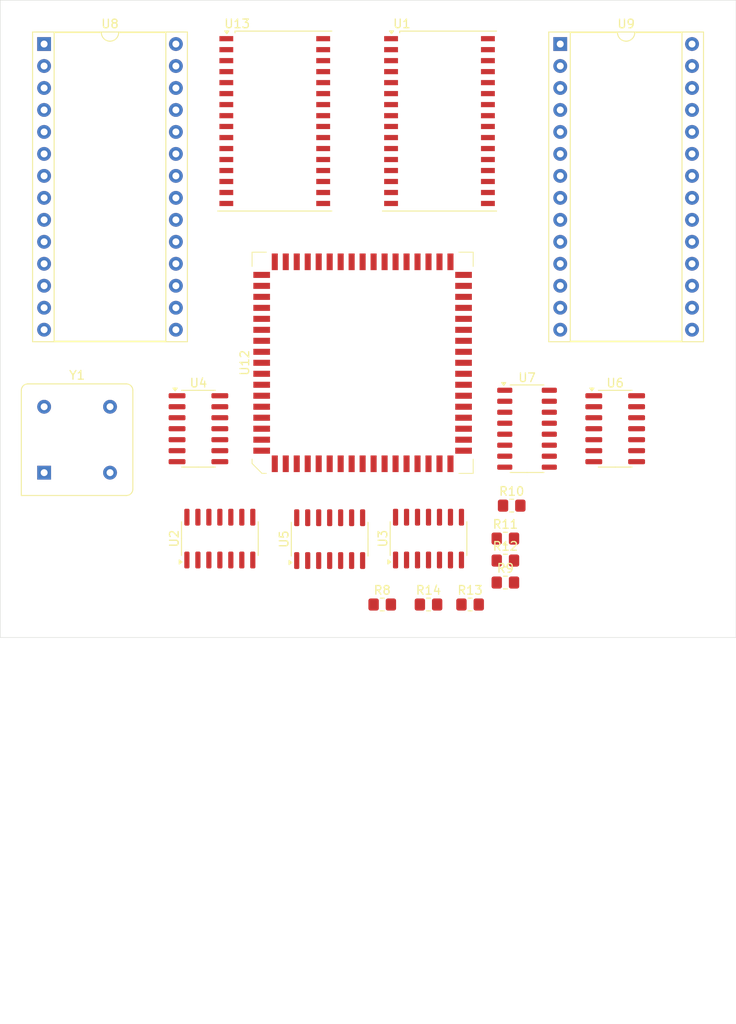
<source format=kicad_pcb>
(kicad_pcb (version 20241229) (generator "pcbnew") (generator_version "9.0")
  (layers (0 "F.Cu" signal) (4 "In1.Cu" signal) (6 "In2.Cu" signal) (2 "B.Cu" signal) (13 "F.Paste" user) (15 "B.Paste" user) (5 "F.SilkS" user "F.Silkscreen") (7 "B.SilkS" user "B.Silkscreen") (1 "F.Mask" user) (3 "B.Mask" user) (25 "Edge.Cuts" user))
  (net 0 "")
  (net 1 "Net-(U12-DTACK)")
  (net 2 "VCC")
  (net 3 "Net-(U12-VPA)")
  (net 4 "Net-(U12-IPL0)")
  (net 5 "Net-(U12-IPL1)")
  (net 6 "Net-(U12-IPL2)")
  (net 7 "/~{CPU_HALT}")
  (net 8 "/~{CPU_RESET}")
  (net 11 "Net-(U2-Pad1)")
  (net 17 "/LED_HALT")
  (net 21 "Net-(U3B-Q)")
  (net 22 "/CPU_CLK")
  (net 23 "Net-(U3A-C)")
  (net 25 "Net-(U3A-D)")
  (net 26 "/CPU_A23")
  (net 28 "/~{CPU_LDS}")
  (net 29 "Net-(U4-Pad4)")
  (net 30 "/~{UPPER_OE}")
  (net 32 "/~{CPU_UDS}")
  (net 33 "/~{LOWER_OE}")
  (net 34 "/~{LOWER_WE}")
  (net 36 "/CPU_R{slash}~{W}")
  (net 37 "/~{UPPER_WE}")
  (net 40 "Net-(U7-O2)")
  (net 43 "/~{IO_WE}")
  (net 51 "Net-(U6-Pad10)")
  (net 53 "/~{ROM_CE}")
  (net 55 "/POWER_ON_RESET")
  (net 56 "Net-(U7-O1)")
  (net 57 "/~{RAM_CE}")
  (net 58 "/CPU_A21")
  (net 60 "/~{CPU_AS}")
  (net 62 "/CPU_A20")
  (net 64 "/CPU_A22")
  (net 93 "/CPU_A15")
  (net 103 "/D4")
  (net 104 "/CPU_A9")
  (net 105 "/CPU_A3")
  (net 106 "/D2")
  (net 107 "/CPU_A7")
  (net 108 "/CPU_A1")
  (net 109 "/CPU_A18")
  (net 110 "/CPU_A11")
  (net 111 "/CPU_A12")
  (net 112 "/CPU_A5")
  (net 113 "/CPU_A14")
  (net 114 "/CPU_A4")
  (net 115 "/D6")
  (net 116 "/D5")
  (net 117 "/CPU_A10")
  (net 118 "/CPU_A13")
  (net 119 "/CPU_A19")
  (net 120 "/CPU_A17")
  (net 121 "/D3")
  (net 122 "/CPU_A6")
  (net 123 "/CPU_A8")
  (net 124 "/D1")
  (net 125 "/CPU_A2")
  (net 126 "/CPU_A16")
  (net 127 "/D0")
  (net 128 "/D7")
  (net 129 "/D11")
  (net 130 "/D13")
  (net 131 "/D10")
  (net 132 "/D12")
  (net 133 "/D14")
  (net 134 "/D9")
  (net 135 "/D8")
  (net 136 "/D15")
  (footprint "Package_SO:SO-14_3.9x8.65mm_P1.27mm" (layer "F.Cu") (at 72.455 74.93)
    (property "Reference" "U4" (at 0 -5.28 0) (layer "F.SilkS"))
    (property "Value" "74LS32")
    (fp_line (start 0 -4.435) (end -1.95 -4.435) (stroke (width 0.12)) (layer "F.SilkS"))
    (fp_line (start 0 -4.435) (end 1.95 -4.435) (stroke (width 0.12)) (layer "F.SilkS"))
    (fp_line (start 0 4.435) (end -1.95 4.435) (stroke (width 0.12)) (layer "F.SilkS"))
    (fp_line (start 0 4.435) (end 1.95 4.435) (stroke (width 0.12)) (layer "F.SilkS"))
    (fp_poly (pts (xy -2.7 -4.37) (xy -2.94 -4.7) (xy -2.46 -4.7) (xy -2.7 -4.37)) (stroke (width 0.12)) (fill yes) (layer "F.SilkS"))
    (pad "1" smd roundrect (at -2.475 -3.81) (size 1.95 0.6) (layers "F.Cu" "F.Mask" "F.Paste") (net 32 "/~{CPU_UDS}"))
    (pad "2" smd roundrect (at -2.475 -2.54) (size 1.95 0.6) (layers "F.Cu" "F.Mask" "F.Paste") (net 36 "/CPU_R{slash}~{W}"))
    (pad "3" smd roundrect (at -2.475 -1.27) (size 1.95 0.6) (layers "F.Cu" "F.Mask" "F.Paste") (net 37 "/~{UPPER_WE}"))
    (pad "4" smd roundrect (at -2.475 0) (size 1.95 0.6) (layers "F.Cu" "F.Mask" "F.Paste") (net 29 "Net-(U4-Pad4)"))
    (pad "5" smd roundrect (at -2.475 1.27) (size 1.95 0.6) (layers "F.Cu" "F.Mask" "F.Paste") (net 32 "/~{CPU_UDS}"))
    (pad "6" smd roundrect (at -2.475 2.54) (size 1.95 0.6) (layers "F.Cu" "F.Mask" "F.Paste") (net 30 "/~{UPPER_OE}"))
    (pad "7" smd roundrect (at -2.475 3.81) (size 1.95 0.6) (layers "F.Cu" "F.Mask" "F.Paste"))
    (pad "8" smd roundrect (at 2.475 3.81) (size 1.95 0.6) (layers "F.Cu" "F.Mask" "F.Paste") (net 33 "/~{LOWER_OE}"))
    (pad "9" smd roundrect (at 2.475 2.54) (size 1.95 0.6) (layers "F.Cu" "F.Mask" "F.Paste") (net 29 "Net-(U4-Pad4)"))
    (pad "10" smd roundrect (at 2.475 1.27) (size 1.95 0.6) (layers "F.Cu" "F.Mask" "F.Paste") (net 28 "/~{CPU_LDS}"))
    (pad "11" smd roundrect (at 2.475 0) (size 1.95 0.6) (layers "F.Cu" "F.Mask" "F.Paste") (net 34 "/~{LOWER_WE}"))
    (pad "12" smd roundrect (at 2.475 -1.27) (size 1.95 0.6) (layers "F.Cu" "F.Mask" "F.Paste") (net 36 "/CPU_R{slash}~{W}"))
    (pad "13" smd roundrect (at 2.475 -2.54) (size 1.95 0.6) (layers "F.Cu" "F.Mask" "F.Paste") (net 28 "/~{CPU_LDS}"))
    (pad "14" smd roundrect (at 2.475 -3.81) (size 1.95 0.6) (layers "F.Cu" "F.Mask" "F.Paste"))
  )
  (footprint "Package_DIP:DIP-28_W15.24mm_Socket" (layer "F.Cu") (at 114.295 30.465)
    (property "Reference" "U9" (at 7.62 -2.33 0) (layer "F.SilkS"))
    (property "Value" "2764")
    (fp_line (start -1.33 -1.39) (end -1.33 34.41) (stroke (width 0.12)) (layer "F.SilkS"))
    (fp_line (start -1.33 34.41) (end 16.57 34.41) (stroke (width 0.12)) (layer "F.SilkS"))
    (fp_line (start 1.16 -1.33) (end 1.16 34.35) (stroke (width 0.12)) (layer "F.SilkS"))
    (fp_line (start 1.16 34.35) (end 14.08 34.35) (stroke (width 0.12)) (layer "F.SilkS"))
    (fp_line (start 6.62 -1.33) (end 1.16 -1.33) (stroke (width 0.12)) (layer "F.SilkS"))
    (fp_line (start 14.08 -1.33) (end 8.62 -1.33) (stroke (width 0.12)) (layer "F.SilkS"))
    (fp_line (start 14.08 34.35) (end 14.08 -1.33) (stroke (width 0.12)) (layer "F.SilkS"))
    (fp_line (start 16.57 -1.39) (end -1.33 -1.39) (stroke (width 0.12)) (layer "F.SilkS"))
    (fp_line (start 16.57 34.41) (end 16.57 -1.39) (stroke (width 0.12)) (layer "F.SilkS"))
    (fp_arc (start 8.62 -1.33) (mid 7.62 -0.33) (end 6.62 -1.33) (stroke (width 0.12)) (layer "F.SilkS"))
    (pad "1" thru_hole rect (at 0 0) (size 1.6 1.6) (drill 0.8) (layers "*.Cu" "*.Mask"))
    (pad "2" thru_hole oval (at 0 2.54) (size 1.6 1.6) (drill 0.8) (layers "*.Cu" "*.Mask") (net 118 "/CPU_A13"))
    (pad "3" thru_hole oval (at 0 5.08) (size 1.6 1.6) (drill 0.8) (layers "*.Cu" "*.Mask") (net 123 "/CPU_A8"))
    (pad "4" thru_hole oval (at 0 7.62) (size 1.6 1.6) (drill 0.8) (layers "*.Cu" "*.Mask") (net 107 "/CPU_A7"))
    (pad "5" thru_hole oval (at 0 10.16) (size 1.6 1.6) (drill 0.8) (layers "*.Cu" "*.Mask") (net 122 "/CPU_A6"))
    (pad "6" thru_hole oval (at 0 12.7) (size 1.6 1.6) (drill 0.8) (layers "*.Cu" "*.Mask") (net 112 "/CPU_A5"))
    (pad "7" thru_hole oval (at 0 15.24) (size 1.6 1.6) (drill 0.8) (layers "*.Cu" "*.Mask") (net 114 "/CPU_A4"))
    (pad "8" thru_hole oval (at 0 17.78) (size 1.6 1.6) (drill 0.8) (layers "*.Cu" "*.Mask") (net 105 "/CPU_A3"))
    (pad "9" thru_hole oval (at 0 20.32) (size 1.6 1.6) (drill 0.8) (layers "*.Cu" "*.Mask") (net 125 "/CPU_A2"))
    (pad "10" thru_hole oval (at 0 22.86) (size 1.6 1.6) (drill 0.8) (layers "*.Cu" "*.Mask") (net 108 "/CPU_A1"))
    (pad "11" thru_hole oval (at 0 25.4) (size 1.6 1.6) (drill 0.8) (layers "*.Cu" "*.Mask") (net 127 "/D0"))
    (pad "12" thru_hole oval (at 0 27.94) (size 1.6 1.6) (drill 0.8) (layers "*.Cu" "*.Mask") (net 124 "/D1"))
    (pad "13" thru_hole oval (at 0 30.48) (size 1.6 1.6) (drill 0.8) (layers "*.Cu" "*.Mask") (net 106 "/D2"))
    (pad "14" thru_hole oval (at 0 33.02) (size 1.6 1.6) (drill 0.8) (layers "*.Cu" "*.Mask"))
    (pad "15" thru_hole oval (at 15.24 33.02) (size 1.6 1.6) (drill 0.8) (layers "*.Cu" "*.Mask") (net 121 "/D3"))
    (pad "16" thru_hole oval (at 15.24 30.48) (size 1.6 1.6) (drill 0.8) (layers "*.Cu" "*.Mask") (net 103 "/D4"))
    (pad "17" thru_hole oval (at 15.24 27.94) (size 1.6 1.6) (drill 0.8) (layers "*.Cu" "*.Mask") (net 116 "/D5"))
    (pad "18" thru_hole oval (at 15.24 25.4) (size 1.6 1.6) (drill 0.8) (layers "*.Cu" "*.Mask") (net 115 "/D6"))
    (pad "19" thru_hole oval (at 15.24 22.86) (size 1.6 1.6) (drill 0.8) (layers "*.Cu" "*.Mask") (net 128 "/D7"))
    (pad "20" thru_hole oval (at 15.24 20.32) (size 1.6 1.6) (drill 0.8) (layers "*.Cu" "*.Mask") (net 53 "/~{ROM_CE}"))
    (pad "21" thru_hole oval (at 15.24 17.78) (size 1.6 1.6) (drill 0.8) (layers "*.Cu" "*.Mask") (net 110 "/CPU_A11"))
    (pad "22" thru_hole oval (at 15.24 15.24) (size 1.6 1.6) (drill 0.8) (layers "*.Cu" "*.Mask") (net 33 "/~{LOWER_OE}"))
    (pad "23" thru_hole oval (at 15.24 12.7) (size 1.6 1.6) (drill 0.8) (layers "*.Cu" "*.Mask") (net 111 "/CPU_A12"))
    (pad "24" thru_hole oval (at 15.24 10.16) (size 1.6 1.6) (drill 0.8) (layers "*.Cu" "*.Mask") (net 117 "/CPU_A10"))
    (pad "25" thru_hole oval (at 15.24 7.62) (size 1.6 1.6) (drill 0.8) (layers "*.Cu" "*.Mask") (net 104 "/CPU_A9"))
    (pad "26" thru_hole oval (at 15.24 5.08) (size 1.6 1.6) (drill 0.8) (layers "*.Cu" "*.Mask"))
    (pad "27" thru_hole oval (at 15.24 2.54) (size 1.6 1.6) (drill 0.8) (layers "*.Cu" "*.Mask"))
    (pad "28" thru_hole oval (at 15.24 0) (size 1.6 1.6) (drill 0.8) (layers "*.Cu" "*.Mask"))
  )
  (footprint "Package_SO:SO-16_3.9x9.9mm_P1.27mm" (layer "F.Cu") (at 110.455 74.93)
    (property "Reference" "U7" (at 0 -5.9 0) (layer "F.SilkS"))
    (property "Value" "74LS138")
    (fp_line (start 0 -5.06) (end -1.95 -5.06) (stroke (width 0.12)) (layer "F.SilkS"))
    (fp_line (start 0 -5.06) (end 1.95 -5.06) (stroke (width 0.12)) (layer "F.SilkS"))
    (fp_line (start 0 5.06) (end -1.95 5.06) (stroke (width 0.12)) (layer "F.SilkS"))
    (fp_line (start 0 5.06) (end 1.95 5.06) (stroke (width 0.12)) (layer "F.SilkS"))
    (fp_poly (pts (xy -2.7 -5.005) (xy -2.94 -5.335) (xy -2.46 -5.335) (xy -2.7 -5.005)) (stroke (width 0.12)) (fill yes) (layer "F.SilkS"))
    (pad "1" smd roundrect (at -2.575 -4.445) (size 1.75 0.6) (layers "F.Cu" "F.Mask" "F.Paste") (net 62 "/CPU_A20"))
    (pad "2" smd roundrect (at -2.575 -3.175) (size 1.75 0.6) (layers "F.Cu" "F.Mask" "F.Paste") (net 58 "/CPU_A21"))
    (pad "3" smd roundrect (at -2.575 -1.905) (size 1.75 0.6) (layers "F.Cu" "F.Mask" "F.Paste") (net 64 "/CPU_A22"))
    (pad "4" smd roundrect (at -2.575 -0.635) (size 1.75 0.6) (layers "F.Cu" "F.Mask" "F.Paste") (net 26 "/CPU_A23"))
    (pad "5" smd roundrect (at -2.575 0.635) (size 1.75 0.6) (layers "F.Cu" "F.Mask" "F.Paste") (net 60 "/~{CPU_AS}"))
    (pad "6" smd roundrect (at -2.575 1.905) (size 1.75 0.6) (layers "F.Cu" "F.Mask" "F.Paste") (net 21 "Net-(U3B-Q)"))
    (pad "7" smd roundrect (at -2.575 3.175) (size 1.75 0.6) (layers "F.Cu" "F.Mask" "F.Paste"))
    (pad "8" smd roundrect (at -2.575 4.445) (size 1.75 0.6) (layers "F.Cu" "F.Mask" "F.Paste"))
    (pad "9" smd roundrect (at 2.575 4.445) (size 1.75 0.6) (layers "F.Cu" "F.Mask" "F.Paste"))
    (pad "10" smd roundrect (at 2.575 3.175) (size 1.75 0.6) (layers "F.Cu" "F.Mask" "F.Paste"))
    (pad "11" smd roundrect (at 2.575 1.905) (size 1.75 0.6) (layers "F.Cu" "F.Mask" "F.Paste"))
    (pad "12" smd roundrect (at 2.575 0.635) (size 1.75 0.6) (layers "F.Cu" "F.Mask" "F.Paste"))
    (pad "13" smd roundrect (at 2.575 -0.635) (size 1.75 0.6) (layers "F.Cu" "F.Mask" "F.Paste") (net 40 "Net-(U7-O2)"))
    (pad "14" smd roundrect (at 2.575 -1.905) (size 1.75 0.6) (layers "F.Cu" "F.Mask" "F.Paste") (net 56 "Net-(U7-O1)"))
    (pad "15" smd roundrect (at 2.575 -3.175) (size 1.75 0.6) (layers "F.Cu" "F.Mask" "F.Paste") (net 57 "/~{RAM_CE}"))
    (pad "16" smd roundrect (at 2.575 -4.445) (size 1.75 0.6) (layers "F.Cu" "F.Mask" "F.Paste"))
  )
  (footprint "Resistor_SMD:R_0805_2012Metric_Pad1.20x1.40mm_HandSolder" (layer "F.Cu") (at 108.68 83.82)
    (property "Reference" "R10" (at 0 -1.65 0) (layer "F.SilkS"))
    (property "Value" "R")
    (fp_line (start -0.227064 -0.735) (end 0.227064 -0.735) (stroke (width 0.12)) (layer "F.SilkS"))
    (fp_line (start -0.227064 0.735) (end 0.227064 0.735) (stroke (width 0.12)) (layer "F.SilkS"))
    (pad "1" smd roundrect (at -1 0) (size 1.2 1.4) (layers "F.Cu" "F.Mask" "F.Paste") (roundrect_rratio 0.208333) (net 4 "Net-(U12-IPL0)"))
    (pad "2" smd roundrect (at 1 0) (size 1.2 1.4) (layers "F.Cu" "F.Mask" "F.Paste") (roundrect_rratio 0.208333) (net 2 "VCC"))
  )
  (footprint "Package_SO:TSOP-II-32_21.0x10.2mm_P1.27mm" (layer "F.Cu") (at 81.28 39.37)
    (property "Reference" "U13" (at -4.35 -11.25 0) (layer "F.SilkS"))
    (property "Value" "AS6C4008-55PCN")
    (fp_line (start -6.6 10.4) (end 6.6 10.4) (stroke (width 0.12)) (layer "F.SilkS"))
    (fp_line (start -4.6 -10.4) (end -4.6 -10.2) (stroke (width 0.12)) (layer "F.SilkS"))
    (fp_line (start -4.6 -10.4) (end 6.6 -10.4) (stroke (width 0.12)) (layer "F.SilkS"))
    (fp_poly (pts (xy -5.550324 -10.092054) (xy -5.790324 -10.422054) (xy -5.310324 -10.422054) (xy -5.550324 -10.092054)) (stroke (width 0.12)) (fill yes) (layer "F.SilkS"))
    (pad "1" smd rect (at -5.6 -9.525) (size 1.6 0.6) (layers "F.Cu" "F.Mask" "F.Paste") (net 119 "/CPU_A19"))
    (pad "2" smd rect (at -5.6 -8.255) (size 1.6 0.6) (layers "F.Cu" "F.Mask" "F.Paste") (net 120 "/CPU_A17"))
    (pad "3" smd rect (at -5.6 -6.985) (size 1.6 0.6) (layers "F.Cu" "F.Mask" "F.Paste") (net 93 "/CPU_A15"))
    (pad "4" smd rect (at -5.6 -5.715) (size 1.6 0.6) (layers "F.Cu" "F.Mask" "F.Paste") (net 118 "/CPU_A13"))
    (pad "5" smd rect (at -5.6 -4.445) (size 1.6 0.6) (layers "F.Cu" "F.Mask" "F.Paste") (net 123 "/CPU_A8"))
    (pad "6" smd rect (at -5.6 -3.175) (size 1.6 0.6) (layers "F.Cu" "F.Mask" "F.Paste") (net 107 "/CPU_A7"))
    (pad "7" smd rect (at -5.6 -1.905) (size 1.6 0.6) (layers "F.Cu" "F.Mask" "F.Paste") (net 122 "/CPU_A6"))
    (pad "8" smd rect (at -5.6 -0.625) (size 1.6 0.6) (layers "F.Cu" "F.Mask" "F.Paste") (net 112 "/CPU_A5"))
    (pad "9" smd rect (at -5.6 0.625) (size 1.6 0.6) (layers "F.Cu" "F.Mask" "F.Paste") (net 114 "/CPU_A4"))
    (pad "10" smd rect (at -5.6 1.905) (size 1.6 0.6) (layers "F.Cu" "F.Mask" "F.Paste") (net 105 "/CPU_A3"))
    (pad "11" smd rect (at -5.6 3.175) (size 1.6 0.6) (layers "F.Cu" "F.Mask" "F.Paste") (net 125 "/CPU_A2"))
    (pad "12" smd rect (at -5.6 4.445) (size 1.6 0.6) (layers "F.Cu" "F.Mask" "F.Paste") (net 108 "/CPU_A1"))
    (pad "13" smd rect (at -5.6 5.715) (size 1.6 0.6) (layers "F.Cu" "F.Mask" "F.Paste") (net 135 "/D8"))
    (pad "14" smd rect (at -5.6 6.985) (size 1.6 0.6) (layers "F.Cu" "F.Mask" "F.Paste") (net 134 "/D9"))
    (pad "15" smd rect (at -5.6 8.255) (size 1.6 0.6) (layers "F.Cu" "F.Mask" "F.Paste") (net 131 "/D10"))
    (pad "16" smd rect (at -5.6 9.525) (size 1.6 0.6) (layers "F.Cu" "F.Mask" "F.Paste"))
    (pad "17" smd rect (at 5.6 9.525) (size 1.6 0.6) (layers "F.Cu" "F.Mask" "F.Paste") (net 129 "/D11"))
    (pad "18" smd rect (at 5.6 8.255) (size 1.6 0.6) (layers "F.Cu" "F.Mask" "F.Paste") (net 132 "/D12"))
    (pad "19" smd rect (at 5.6 6.985) (size 1.6 0.6) (layers "F.Cu" "F.Mask" "F.Paste") (net 130 "/D13"))
    (pad "20" smd rect (at 5.6 5.715) (size 1.6 0.6) (layers "F.Cu" "F.Mask" "F.Paste") (net 133 "/D14"))
    (pad "21" smd rect (at 5.6 4.445) (size 1.6 0.6) (layers "F.Cu" "F.Mask" "F.Paste") (net 136 "/D15"))
    (pad "22" smd rect (at 5.6 3.175) (size 1.6 0.6) (layers "F.Cu" "F.Mask" "F.Paste") (net 57 "/~{RAM_CE}"))
    (pad "23" smd rect (at 5.6 1.905) (size 1.6 0.6) (layers "F.Cu" "F.Mask" "F.Paste") (net 110 "/CPU_A11"))
    (pad "24" smd rect (at 5.6 0.625) (size 1.6 0.6) (layers "F.Cu" "F.Mask" "F.Paste") (net 30 "/~{UPPER_OE}"))
    (pad "25" smd rect (at 5.6 -0.625) (size 1.6 0.6) (layers "F.Cu" "F.Mask" "F.Paste") (net 111 "/CPU_A12"))
    (pad "26" smd rect (at 5.6 -1.905) (size 1.6 0.6) (layers "F.Cu" "F.Mask" "F.Paste") (net 117 "/CPU_A10"))
    (pad "27" smd rect (at 5.6 -3.175) (size 1.6 0.6) (layers "F.Cu" "F.Mask" "F.Paste") (net 104 "/CPU_A9"))
    (pad "28" smd rect (at 5.6 -4.445) (size 1.6 0.6) (layers "F.Cu" "F.Mask" "F.Paste") (net 113 "/CPU_A14"))
    (pad "29" smd rect (at 5.6 -5.715) (size 1.6 0.6) (layers "F.Cu" "F.Mask" "F.Paste") (net 37 "/~{UPPER_WE}"))
    (pad "30" smd rect (at 5.6 -6.985) (size 1.6 0.6) (layers "F.Cu" "F.Mask" "F.Paste") (net 109 "/CPU_A18"))
    (pad "31" smd rect (at 5.6 -8.255) (size 1.6 0.6) (layers "F.Cu" "F.Mask" "F.Paste") (net 126 "/CPU_A16"))
    (pad "32" smd rect (at 5.6 -9.525) (size 1.6 0.6) (layers "F.Cu" "F.Mask" "F.Paste"))
  )
  (footprint "Package_SO:SO-14_3.9x8.65mm_P1.27mm" (layer "F.Cu") (at 99.06 87.63 90)
    (property "Reference" "U3" (at 0 -5.28 90) (layer "F.SilkS"))
    (property "Value" "74LS74")
    (fp_line (start 0 -4.435) (end 1.95 -4.435) (stroke (width 0.12)) (layer "F.SilkS"))
    (fp_line (start 0 -4.435) (end -1.95 -4.435) (stroke (width 0.12)) (layer "F.SilkS"))
    (fp_line (start 0 4.435) (end 1.95 4.435) (stroke (width 0.12)) (layer "F.SilkS"))
    (fp_line (start 0 4.435) (end -1.95 4.435) (stroke (width 0.12)) (layer "F.SilkS"))
    (fp_poly (pts (xy -2.7 -4.37) (xy -2.94 -4.7) (xy -2.46 -4.7) (xy -2.7 -4.37)) (stroke (width 0.12)) (fill yes) (layer "F.SilkS"))
    (pad "1" smd roundrect (at -2.475 -3.81 90) (size 1.95 0.6) (layers "F.Cu" "F.Mask" "F.Paste") (net 2 "VCC"))
    (pad "2" smd roundrect (at -2.475 -2.54 90) (size 1.95 0.6) (layers "F.Cu" "F.Mask" "F.Paste") (net 25 "Net-(U3A-D)"))
    (pad "3" smd roundrect (at -2.475 -1.27 90) (size 1.95 0.6) (layers "F.Cu" "F.Mask" "F.Paste") (net 23 "Net-(U3A-C)"))
    (pad "4" smd roundrect (at -2.475 0 90) (size 1.95 0.6) (layers "F.Cu" "F.Mask" "F.Paste") (net 2 "VCC"))
    (pad "5" smd roundrect (at -2.475 1.27 90) (size 1.95 0.6) (layers "F.Cu" "F.Mask" "F.Paste") (net 22 "/CPU_CLK"))
    (pad "6" smd roundrect (at -2.475 2.54 90) (size 1.95 0.6) (layers "F.Cu" "F.Mask" "F.Paste") (net 25 "Net-(U3A-D)"))
    (pad "7" smd roundrect (at -2.475 3.81 90) (size 1.95 0.6) (layers "F.Cu" "F.Mask" "F.Paste"))
    (pad "8" smd roundrect (at 2.475 3.81 90) (size 1.95 0.6) (layers "F.Cu" "F.Mask" "F.Paste"))
    (pad "9" smd roundrect (at 2.475 2.54 90) (size 1.95 0.6) (layers "F.Cu" "F.Mask" "F.Paste") (net 21 "Net-(U3B-Q)"))
    (pad "10" smd roundrect (at 2.475 1.27 90) (size 1.95 0.6) (layers "F.Cu" "F.Mask" "F.Paste") (net 2 "VCC"))
    (pad "11" smd roundrect (at 2.475 0 90) (size 1.95 0.6) (layers "F.Cu" "F.Mask" "F.Paste") (net 26 "/CPU_A23"))
    (pad "12" smd roundrect (at 2.475 -1.27 90) (size 1.95 0.6) (layers "F.Cu" "F.Mask" "F.Paste") (net 2 "VCC"))
    (pad "13" smd roundrect (at 2.475 -2.54 90) (size 1.95 0.6) (layers "F.Cu" "F.Mask" "F.Paste") (net 8 "/~{CPU_RESET}"))
    (pad "14" smd roundrect (at 2.475 -3.81 90) (size 1.95 0.6) (layers "F.Cu" "F.Mask" "F.Paste"))
  )
  (footprint "Package_SO:SO-14_3.9x8.65mm_P1.27mm" (layer "F.Cu") (at 74.93 87.63 90)
    (property "Reference" "U2" (at 0 -5.28 90) (layer "F.SilkS"))
    (property "Value" "74LS06")
    (fp_line (start 0 -4.435) (end 1.95 -4.435) (stroke (width 0.12)) (layer "F.SilkS"))
    (fp_line (start 0 -4.435) (end -1.95 -4.435) (stroke (width 0.12)) (layer "F.SilkS"))
    (fp_line (start 0 4.435) (end 1.95 4.435) (stroke (width 0.12)) (layer "F.SilkS"))
    (fp_line (start 0 4.435) (end -1.95 4.435) (stroke (width 0.12)) (layer "F.SilkS"))
    (fp_poly (pts (xy -2.7 -4.37) (xy -2.94 -4.7) (xy -2.46 -4.7) (xy -2.7 -4.37)) (stroke (width 0.12)) (fill yes) (layer "F.SilkS"))
    (pad "1" smd roundrect (at -2.475 -3.81 90) (size 1.95 0.6) (layers "F.Cu" "F.Mask" "F.Paste") (net 11 "Net-(U2-Pad1)"))
    (pad "2" smd roundrect (at -2.475 -2.54 90) (size 1.95 0.6) (layers "F.Cu" "F.Mask" "F.Paste") (net 8 "/~{CPU_RESET}"))
    (pad "3" smd roundrect (at -2.475 -1.27 90) (size 1.95 0.6) (layers "F.Cu" "F.Mask" "F.Paste") (net 11 "Net-(U2-Pad1)"))
    (pad "4" smd roundrect (at -2.475 0 90) (size 1.95 0.6) (layers "F.Cu" "F.Mask" "F.Paste") (net 7 "/~{CPU_HALT}"))
    (pad "5" smd roundrect (at -2.475 1.27 90) (size 1.95 0.6) (layers "F.Cu" "F.Mask" "F.Paste"))
    (pad "6" smd roundrect (at -2.475 2.54 90) (size 1.95 0.6) (layers "F.Cu" "F.Mask" "F.Paste") (net 17 "/LED_HALT"))
    (pad "7" smd roundrect (at -2.475 3.81 90) (size 1.95 0.6) (layers "F.Cu" "F.Mask" "F.Paste"))
    (pad "8" smd roundrect (at 2.475 3.81 90) (size 1.95 0.6) (layers "F.Cu" "F.Mask" "F.Paste"))
    (pad "9" smd roundrect (at 2.475 2.54 90) (size 1.95 0.6) (layers "F.Cu" "F.Mask" "F.Paste"))
    (pad "10" smd roundrect (at 2.475 1.27 90) (size 1.95 0.6) (layers "F.Cu" "F.Mask" "F.Paste"))
    (pad "11" smd roundrect (at 2.475 0 90) (size 1.95 0.6) (layers "F.Cu" "F.Mask" "F.Paste"))
    (pad "12" smd roundrect (at 2.475 -1.27 90) (size 1.95 0.6) (layers "F.Cu" "F.Mask" "F.Paste"))
    (pad "13" smd roundrect (at 2.475 -2.54 90) (size 1.95 0.6) (layers "F.Cu" "F.Mask" "F.Paste"))
    (pad "14" smd roundrect (at 2.475 -3.81 90) (size 1.95 0.6) (layers "F.Cu" "F.Mask" "F.Paste"))
  )
  (footprint "Resistor_SMD:R_0805_2012Metric_Pad1.20x1.40mm_HandSolder" (layer "F.Cu") (at 107.95 92.71)
    (property "Reference" "R9" (at 0 -1.65 0) (layer "F.SilkS"))
    (property "Value" "R")
    (fp_line (start -0.227064 -0.735) (end 0.227064 -0.735) (stroke (width 0.12)) (layer "F.SilkS"))
    (fp_line (start -0.227064 0.735) (end 0.227064 0.735) (stroke (width 0.12)) (layer "F.SilkS"))
    (pad "1" smd roundrect (at -1 0) (size 1.2 1.4) (layers "F.Cu" "F.Mask" "F.Paste") (roundrect_rratio 0.208333) (net 3 "Net-(U12-VPA)"))
    (pad "2" smd roundrect (at 1 0) (size 1.2 1.4) (layers "F.Cu" "F.Mask" "F.Paste") (roundrect_rratio 0.208333) (net 2 "VCC"))
  )
  (footprint "Resistor_SMD:R_0805_2012Metric_Pad1.20x1.40mm_HandSolder" (layer "F.Cu") (at 107.95 90.17)
    (property "Reference" "R12" (at 0 -1.65 0) (layer "F.SilkS"))
    (property "Value" "R")
    (fp_line (start -0.227064 -0.735) (end 0.227064 -0.735) (stroke (width 0.12)) (layer "F.SilkS"))
    (fp_line (start -0.227064 0.735) (end 0.227064 0.735) (stroke (width 0.12)) (layer "F.SilkS"))
    (pad "1" smd roundrect (at -1 0) (size 1.2 1.4) (layers "F.Cu" "F.Mask" "F.Paste") (roundrect_rratio 0.208333) (net 6 "Net-(U12-IPL2)"))
    (pad "2" smd roundrect (at 1 0) (size 1.2 1.4) (layers "F.Cu" "F.Mask" "F.Paste") (roundrect_rratio 0.208333) (net 2 "VCC"))
  )
  (footprint "Resistor_SMD:R_0805_2012Metric_Pad1.20x1.40mm_HandSolder" (layer "F.Cu") (at 99.06 95.25)
    (property "Reference" "R14" (at 0 -1.65 0) (layer "F.SilkS"))
    (property "Value" "R")
    (fp_line (start -0.227064 -0.735) (end 0.227064 -0.735) (stroke (width 0.12)) (layer "F.SilkS"))
    (fp_line (start -0.227064 0.735) (end 0.227064 0.735) (stroke (width 0.12)) (layer "F.SilkS"))
    (pad "1" smd roundrect (at -1 0) (size 1.2 1.4) (layers "F.Cu" "F.Mask" "F.Paste") (roundrect_rratio 0.208333) (net 8 "/~{CPU_RESET}"))
    (pad "2" smd roundrect (at 1 0) (size 1.2 1.4) (layers "F.Cu" "F.Mask" "F.Paste") (roundrect_rratio 0.208333) (net 2 "VCC"))
  )
  (footprint "Package_SO:SO-14_3.9x8.65mm_P1.27mm" (layer "F.Cu") (at 87.63 87.695 90)
    (property "Reference" "U5" (at 0 -5.28 90) (layer "F.SilkS"))
    (property "Value" "74LS32")
    (fp_line (start 0 -4.435) (end 1.95 -4.435) (stroke (width 0.12)) (layer "F.SilkS"))
    (fp_line (start 0 -4.435) (end -1.95 -4.435) (stroke (width 0.12)) (layer "F.SilkS"))
    (fp_line (start 0 4.435) (end 1.95 4.435) (stroke (width 0.12)) (layer "F.SilkS"))
    (fp_line (start 0 4.435) (end -1.95 4.435) (stroke (width 0.12)) (layer "F.SilkS"))
    (fp_poly (pts (xy -2.7 -4.37) (xy -2.94 -4.7) (xy -2.46 -4.7) (xy -2.7 -4.37)) (stroke (width 0.12)) (fill yes) (layer "F.SilkS"))
    (pad "1" smd roundrect (at -2.475 -3.81 90) (size 1.95 0.6) (layers "F.Cu" "F.Mask" "F.Paste"))
    (pad "2" smd roundrect (at -2.475 -2.54 90) (size 1.95 0.6) (layers "F.Cu" "F.Mask" "F.Paste"))
    (pad "3" smd roundrect (at -2.475 -1.27 90) (size 1.95 0.6) (layers "F.Cu" "F.Mask" "F.Paste"))
    (pad "4" smd roundrect (at -2.475 0 90) (size 1.95 0.6) (layers "F.Cu" "F.Mask" "F.Paste"))
    (pad "5" smd roundrect (at -2.475 1.27 90) (size 1.95 0.6) (layers "F.Cu" "F.Mask" "F.Paste"))
    (pad "6" smd roundrect (at -2.475 2.54 90) (size 1.95 0.6) (layers "F.Cu" "F.Mask" "F.Paste"))
    (pad "7" smd roundrect (at -2.475 3.81 90) (size 1.95 0.6) (layers "F.Cu" "F.Mask" "F.Paste"))
    (pad "8" smd roundrect (at 2.475 3.81 90) (size 1.95 0.6) (layers "F.Cu" "F.Mask" "F.Paste"))
    (pad "9" smd roundrect (at 2.475 2.54 90) (size 1.95 0.6) (layers "F.Cu" "F.Mask" "F.Paste"))
    (pad "10" smd roundrect (at 2.475 1.27 90) (size 1.95 0.6) (layers "F.Cu" "F.Mask" "F.Paste"))
    (pad "11" smd roundrect (at 2.475 0 90) (size 1.95 0.6) (layers "F.Cu" "F.Mask" "F.Paste") (net 43 "/~{IO_WE}"))
    (pad "12" smd roundrect (at 2.475 -1.27 90) (size 1.95 0.6) (layers "F.Cu" "F.Mask" "F.Paste") (net 34 "/~{LOWER_WE}"))
    (pad "13" smd roundrect (at 2.475 -2.54 90) (size 1.95 0.6) (layers "F.Cu" "F.Mask" "F.Paste") (net 40 "Net-(U7-O2)"))
    (pad "14" smd roundrect (at 2.475 -3.81 90) (size 1.95 0.6) (layers "F.Cu" "F.Mask" "F.Paste"))
  )
  (footprint "Oscillator:Oscillator_DIP-8" (layer "F.Cu") (at 54.61 80.01)
    (property "Reference" "Y1" (at 3.81 -11.26 0) (layer "F.SilkS"))
    (property "Value" "CXO_DIP8")
    (fp_line (start -2.64 -9.51) (end -2.64 2.64) (stroke (width 0.12)) (layer "F.SilkS"))
    (fp_line (start -2.64 2.64) (end 9.51 2.64) (stroke (width 0.12)) (layer "F.SilkS"))
    (fp_line (start 9.51 -10.26) (end -1.89 -10.26) (stroke (width 0.12)) (layer "F.SilkS"))
    (fp_line (start 10.26 1.89) (end 10.26 -9.51) (stroke (width 0.12)) (layer "F.SilkS"))
    (fp_arc (start -2.64 -9.51) (mid -2.42033 -10.04033) (end -1.89 -10.26) (stroke (width 0.12)) (layer "F.SilkS"))
    (fp_arc (start 9.51 -10.26) (mid 10.04033 -10.04033) (end 10.26 -9.51) (stroke (width 0.12)) (layer "F.SilkS"))
    (fp_arc (start 10.26 1.89) (mid 10.04033 2.42033) (end 9.51 2.64) (stroke (width 0.12)) (layer "F.SilkS"))
    (pad "1" thru_hole rect (at 0 0) (size 1.6 1.6) (drill 0.8) (layers "*.Cu" "*.Mask"))
    (pad "4" thru_hole circle (at 7.62 0) (size 1.6 1.6) (drill 0.8) (layers "*.Cu" "*.Mask"))
    (pad "5" thru_hole circle (at 7.62 -7.62) (size 1.6 1.6) (drill 0.8) (layers "*.Cu" "*.Mask") (net 23 "Net-(U3A-C)"))
    (pad "8" thru_hole circle (at 0 -7.62) (size 1.6 1.6) (drill 0.8) (layers "*.Cu" "*.Mask"))
  )
  (footprint "Package_LCC:PLCC-68" (layer "F.Cu") (at 91.44 67.31 90)
    (property "Reference" "U12" (at 0 -13.635 90) (layer "F.SilkS"))
    (property "Value" "MC68000FN")
    (fp_line (start 12.785 -12.785) (end 12.785 -11.135) (stroke (width 0.1)) (layer "F.SilkS"))
    (fp_line (start 11.135 -12.785) (end 12.785 -12.785) (stroke (width 0.1)) (layer "F.SilkS"))
    (fp_line (start -11.135 -12.785) (end -11.635 -12.785) (stroke (width 0.1)) (layer "F.SilkS"))
    (fp_line (start -11.635 -12.785) (end -12.785 -11.635) (stroke (width 0.1)) (layer "F.SilkS"))
    (fp_line (start -12.785 -11.635) (end -12.785 -11.135) (stroke (width 0.1)) (layer "F.SilkS"))
    (fp_line (start 12.785 12.785) (end 12.785 11.135) (stroke (width 0.1)) (layer "F.SilkS"))
    (fp_line (start 11.135 12.785) (end 12.785 12.785) (stroke (width 0.1)) (layer "F.SilkS"))
    (fp_line (start -11.135 12.785) (end -12.785 12.785) (stroke (width 0.1)) (layer "F.SilkS"))
    (fp_line (start -12.785 12.785) (end -12.785 11.135) (stroke (width 0.1)) (layer "F.SilkS"))
    (pad "1" smd rect (at 0 -11.6725 90) (size 0.7 1.925) (layers "F.Cu" "F.Mask" "F.Paste") (net 103 "/D4"))
    (pad "2" smd rect (at -1.27 -11.6725 90) (size 0.7 1.925) (layers "F.Cu" "F.Mask" "F.Paste") (net 121 "/D3"))
    (pad "3" smd rect (at -2.54 -11.6725 90) (size 0.7 1.925) (layers "F.Cu" "F.Mask" "F.Paste") (net 106 "/D2"))
    (pad "4" smd rect (at -3.81 -11.6725 90) (size 0.7 1.925) (layers "F.Cu" "F.Mask" "F.Paste") (net 124 "/D1"))
    (pad "5" smd rect (at -5.08 -11.6725 90) (size 0.7 1.925) (layers "F.Cu" "F.Mask" "F.Paste") (net 127 "/D0"))
    (pad "6" smd rect (at -6.35 -11.6725 90) (size 0.7 1.925) (layers "F.Cu" "F.Mask" "F.Paste") (net 60 "/~{CPU_AS}"))
    (pad "7" smd rect (at -7.62 -11.6725 90) (size 0.7 1.925) (layers "F.Cu" "F.Mask" "F.Paste") (net 32 "/~{CPU_UDS}"))
    (pad "8" smd rect (at -8.89 -11.6725 90) (size 0.7 1.925) (layers "F.Cu" "F.Mask" "F.Paste") (net 28 "/~{CPU_LDS}"))
    (pad "9" smd rect (at -10.16 -11.6725 90) (size 0.7 1.925) (layers "F.Cu" "F.Mask" "F.Paste") (net 36 "/CPU_R{slash}~{W}"))
    (pad "10" smd rect (at -11.6725 -10.16 90) (size 1.925 0.7) (layers "F.Cu" "F.Mask" "F.Paste") (net 1 "Net-(U12-DTACK)"))
    (pad "11" smd rect (at -11.6725 -8.89 90) (size 1.925 0.7) (layers "F.Cu" "F.Mask" "F.Paste"))
    (pad "12" smd rect (at -11.6725 -7.62 90) (size 1.925 0.7) (layers "F.Cu" "F.Mask" "F.Paste"))
    (pad "13" smd rect (at -11.6725 -6.35 90) (size 1.925 0.7) (layers "F.Cu" "F.Mask" "F.Paste"))
    (pad "14" smd rect (at -11.6725 -5.08 90) (size 1.925 0.7) (layers "F.Cu" "F.Mask" "F.Paste"))
    (pad "15" smd rect (at -11.6725 -3.81 90) (size 1.925 0.7) (layers "F.Cu" "F.Mask" "F.Paste") (net 22 "/CPU_CLK"))
    (pad "16" smd rect (at -11.6725 -2.54 90) (size 1.925 0.7) (layers "F.Cu" "F.Mask" "F.Paste"))
    (pad "17" smd rect (at -11.6725 -1.27 90) (size 1.925 0.7) (layers "F.Cu" "F.Mask" "F.Paste"))
    (pad "18" smd rect (at -11.6725 0 90) (size 1.925 0.7) (layers "F.Cu" "F.Mask" "F.Paste"))
    (pad "19" smd rect (at -11.6725 1.27 90) (size 1.925 0.7) (layers "F.Cu" "F.Mask" "F.Paste") (net 7 "/~{CPU_HALT}"))
    (pad "20" smd rect (at -11.6725 2.54 90) (size 1.925 0.7) (layers "F.Cu" "F.Mask" "F.Paste") (net 8 "/~{CPU_RESET}"))
    (pad "21" smd rect (at -11.6725 3.81 90) (size 1.925 0.7) (layers "F.Cu" "F.Mask" "F.Paste"))
    (pad "22" smd rect (at -11.6725 5.08 90) (size 1.925 0.7) (layers "F.Cu" "F.Mask" "F.Paste"))
    (pad "23" smd rect (at -11.6725 6.35 90) (size 1.925 0.7) (layers "F.Cu" "F.Mask" "F.Paste") (net 3 "Net-(U12-VPA)"))
    (pad "24" smd rect (at -11.6725 7.62 90) (size 1.925 0.7) (layers "F.Cu" "F.Mask" "F.Paste") (net 2 "VCC"))
    (pad "25" smd rect (at -11.6725 8.89 90) (size 1.925 0.7) (layers "F.Cu" "F.Mask" "F.Paste") (net 6 "Net-(U12-IPL2)"))
    (pad "26" smd rect (at -11.6725 10.16 90) (size 1.925 0.7) (layers "F.Cu" "F.Mask" "F.Paste") (net 5 "Net-(U12-IPL1)"))
    (pad "27" smd rect (at -10.16 11.6725 90) (size 0.7 1.925) (layers "F.Cu" "F.Mask" "F.Paste") (net 4 "Net-(U12-IPL0)"))
    (pad "28" smd rect (at -8.89 11.6725 90) (size 0.7 1.925) (layers "F.Cu" "F.Mask" "F.Paste"))
    (pad "29" smd rect (at -7.62 11.6725 90) (size 0.7 1.925) (layers "F.Cu" "F.Mask" "F.Paste"))
    (pad "30" smd rect (at -6.35 11.6725 90) (size 0.7 1.925) (layers "F.Cu" "F.Mask" "F.Paste"))
    (pad "31" smd rect (at -5.08 11.6725 90) (size 0.7 1.925) (layers "F.Cu" "F.Mask" "F.Paste"))
    (pad "32" smd rect (at -3.81 11.6725 90) (size 0.7 1.925) (layers "F.Cu" "F.Mask" "F.Paste") (net 108 "/CPU_A1"))
    (pad "33" smd rect (at -2.54 11.6725 90) (size 0.7 1.925) (layers "F.Cu" "F.Mask" "F.Paste") (net 125 "/CPU_A2"))
    (pad "34" smd rect (at -1.27 11.6725 90) (size 0.7 1.925) (layers "F.Cu" "F.Mask" "F.Paste") (net 105 "/CPU_A3"))
    (pad "35" smd rect (at 0 11.6725 90) (size 0.7 1.925) (layers "F.Cu" "F.Mask" "F.Paste") (net 114 "/CPU_A4"))
    (pad "36" smd rect (at 1.27 11.6725 90) (size 0.7 1.925) (layers "F.Cu" "F.Mask" "F.Paste") (net 112 "/CPU_A5"))
    (pad "37" smd rect (at 2.54 11.6725 90) (size 0.7 1.925) (layers "F.Cu" "F.Mask" "F.Paste") (net 122 "/CPU_A6"))
    (pad "38" smd rect (at 3.81 11.6725 90) (size 0.7 1.925) (layers "F.Cu" "F.Mask" "F.Paste") (net 107 "/CPU_A7"))
    (pad "39" smd rect (at 5.08 11.6725 90) (size 0.7 1.925) (layers "F.Cu" "F.Mask" "F.Paste") (net 123 "/CPU_A8"))
    (pad "40" smd rect (at 6.35 11.6725 90) (size 0.7 1.925) (layers "F.Cu" "F.Mask" "F.Paste") (net 104 "/CPU_A9"))
    (pad "41" smd rect (at 7.62 11.6725 90) (size 0.7 1.925) (layers "F.Cu" "F.Mask" "F.Paste") (net 117 "/CPU_A10"))
    (pad "42" smd rect (at 8.89 11.6725 90) (size 0.7 1.925) (layers "F.Cu" "F.Mask" "F.Paste") (net 110 "/CPU_A11"))
    (pad "43" smd rect (at 10.16 11.6725 90) (size 0.7 1.925) (layers "F.Cu" "F.Mask" "F.Paste") (net 111 "/CPU_A12"))
    (pad "44" smd rect (at 11.6725 10.16 90) (size 1.925 0.7) (layers "F.Cu" "F.Mask" "F.Paste") (net 118 "/CPU_A13"))
    (pad "45" smd rect (at 11.6725 8.89 90) (size 1.925 0.7) (layers "F.Cu" "F.Mask" "F.Paste") (net 113 "/CPU_A14"))
    (pad "46" smd rect (at 11.6725 7.62 90) (size 1.925 0.7) (layers "F.Cu" "F.Mask" "F.Paste") (net 93 "/CPU_A15"))
    (pad "47" smd rect (at 11.6725 6.35 90) (size 1.925 0.7) (layers "F.Cu" "F.Mask" "F.Paste") (net 126 "/CPU_A16"))
    (pad "48" smd rect (at 11.6725 5.08 90) (size 1.925 0.7) (layers "F.Cu" "F.Mask" "F.Paste") (net 120 "/CPU_A17"))
    (pad "49" smd rect (at 11.6725 3.81 90) (size 1.925 0.7) (layers "F.Cu" "F.Mask" "F.Paste") (net 109 "/CPU_A18"))
    (pad "50" smd rect (at 11.6725 2.54 90) (size 1.925 0.7) (layers "F.Cu" "F.Mask" "F.Paste") (net 119 "/CPU_A19"))
    (pad "51" smd rect (at 11.6725 1.27 90) (size 1.925 0.7) (layers "F.Cu" "F.Mask" "F.Paste") (net 62 "/CPU_A20"))
    (pad "52" smd rect (at 11.6725 0 90) (size 1.925 0.7) (layers "F.Cu" "F.Mask" "F.Paste"))
    (pad "53" smd rect (at 11.6725 -1.27 90) (size 1.925 0.7) (layers "F.Cu" "F.Mask" "F.Paste") (net 58 "/CPU_A21"))
    (pad "54" smd rect (at 11.6725 -2.54 90) (size 1.925 0.7) (layers "F.Cu" "F.Mask" "F.Paste") (net 64 "/CPU_A22"))
    (pad "55" smd rect (at 11.6725 -3.81 90) (size 1.925 0.7) (layers "F.Cu" "F.Mask" "F.Paste") (net 26 "/CPU_A23"))
    (pad "56" smd rect (at 11.6725 -5.08 90) (size 1.925 0.7) (layers "F.Cu" "F.Mask" "F.Paste"))
    (pad "57" smd rect (at 11.6725 -6.35 90) (size 1.925 0.7) (layers "F.Cu" "F.Mask" "F.Paste"))
    (pad "58" smd rect (at 11.6725 -7.62 90) (size 1.925 0.7) (layers "F.Cu" "F.Mask" "F.Paste") (net 136 "/D15"))
    (pad "59" smd rect (at 11.6725 -8.89 90) (size 1.925 0.7) (layers "F.Cu" "F.Mask" "F.Paste") (net 133 "/D14"))
    (pad "60" smd rect (at 11.6725 -10.16 90) (size 1.925 0.7) (layers "F.Cu" "F.Mask" "F.Paste") (net 130 "/D13"))
    (pad "61" smd rect (at 10.16 -11.6725 90) (size 0.7 1.925) (layers "F.Cu" "F.Mask" "F.Paste") (net 132 "/D12"))
    (pad "62" smd rect (at 8.89 -11.6725 90) (size 0.7 1.925) (layers "F.Cu" "F.Mask" "F.Paste") (net 129 "/D11"))
    (pad "63" smd rect (at 7.62 -11.6725 90) (size 0.7 1.925) (layers "F.Cu" "F.Mask" "F.Paste") (net 131 "/D10"))
    (pad "64" smd rect (at 6.35 -11.6725 90) (size 0.7 1.925) (layers "F.Cu" "F.Mask" "F.Paste") (net 134 "/D9"))
    (pad "65" smd rect (at 5.08 -11.6725 90) (size 0.7 1.925) (layers "F.Cu" "F.Mask" "F.Paste") (net 135 "/D8"))
    (pad "66" smd rect (at 3.81 -11.6725 90) (size 0.7 1.925) (layers "F.Cu" "F.Mask" "F.Paste") (net 128 "/D7"))
    (pad "67" smd rect (at 2.54 -11.6725 90) (size 0.7 1.925) (layers "F.Cu" "F.Mask" "F.Paste") (net 115 "/D6"))
    (pad "68" smd rect (at 1.27 -11.6725 90) (size 0.7 1.925) (layers "F.Cu" "F.Mask" "F.Paste") (net 116 "/D5"))
  )
  (footprint "Package_SO:TSOP-II-32_21.0x10.2mm_P1.27mm" (layer "F.Cu") (at 100.33 39.37)
    (property "Reference" "U1" (at -4.35 -11.25 0) (layer "F.SilkS"))
    (property "Value" "AS6C4008-55PCN")
    (fp_line (start -6.6 10.4) (end 6.6 10.4) (stroke (width 0.12)) (layer "F.SilkS"))
    (fp_line (start -4.6 -10.4) (end -4.6 -10.2) (stroke (width 0.12)) (layer "F.SilkS"))
    (fp_line (start -4.6 -10.4) (end 6.6 -10.4) (stroke (width 0.12)) (layer "F.SilkS"))
    (fp_poly (pts (xy -5.550324 -10.092054) (xy -5.790324 -10.422054) (xy -5.310324 -10.422054) (xy -5.550324 -10.092054)) (stroke (width 0.12)) (fill yes) (layer "F.SilkS"))
    (pad "1" smd rect (at -5.6 -9.525) (size 1.6 0.6) (layers "F.Cu" "F.Mask" "F.Paste") (net 119 "/CPU_A19"))
    (pad "2" smd rect (at -5.6 -8.255) (size 1.6 0.6) (layers "F.Cu" "F.Mask" "F.Paste") (net 120 "/CPU_A17"))
    (pad "3" smd rect (at -5.6 -6.985) (size 1.6 0.6) (layers "F.Cu" "F.Mask" "F.Paste") (net 93 "/CPU_A15"))
    (pad "4" smd rect (at -5.6 -5.715) (size 1.6 0.6) (layers "F.Cu" "F.Mask" "F.Paste") (net 118 "/CPU_A13"))
    (pad "5" smd rect (at -5.6 -4.445) (size 1.6 0.6) (layers "F.Cu" "F.Mask" "F.Paste") (net 123 "/CPU_A8"))
    (pad "6" smd rect (at -5.6 -3.175) (size 1.6 0.6) (layers "F.Cu" "F.Mask" "F.Paste") (net 107 "/CPU_A7"))
    (pad "7" smd rect (at -5.6 -1.905) (size 1.6 0.6) (layers "F.Cu" "F.Mask" "F.Paste") (net 122 "/CPU_A6"))
    (pad "8" smd rect (at -5.6 -0.625) (size 1.6 0.6) (layers "F.Cu" "F.Mask" "F.Paste") (net 112 "/CPU_A5"))
    (pad "9" smd rect (at -5.6 0.625) (size 1.6 0.6) (layers "F.Cu" "F.Mask" "F.Paste") (net 114 "/CPU_A4"))
    (pad "10" smd rect (at -5.6 1.905) (size 1.6 0.6) (layers "F.Cu" "F.Mask" "F.Paste") (net 105 "/CPU_A3"))
    (pad "11" smd rect (at -5.6 3.175) (size 1.6 0.6) (layers "F.Cu" "F.Mask" "F.Paste") (net 125 "/CPU_A2"))
    (pad "12" smd rect (at -5.6 4.445) (size 1.6 0.6) (layers "F.Cu" "F.Mask" "F.Paste") (net 108 "/CPU_A1"))
    (pad "13" smd rect (at -5.6 5.715) (size 1.6 0.6) (layers "F.Cu" "F.Mask" "F.Paste") (net 127 "/D0"))
    (pad "14" smd rect (at -5.6 6.985) (size 1.6 0.6) (layers "F.Cu" "F.Mask" "F.Paste") (net 124 "/D1"))
    (pad "15" smd rect (at -5.6 8.255) (size 1.6 0.6) (layers "F.Cu" "F.Mask" "F.Paste") (net 106 "/D2"))
    (pad "16" smd rect (at -5.6 9.525) (size 1.6 0.6) (layers "F.Cu" "F.Mask" "F.Paste"))
    (pad "17" smd rect (at 5.6 9.525) (size 1.6 0.6) (layers "F.Cu" "F.Mask" "F.Paste") (net 121 "/D3"))
    (pad "18" smd rect (at 5.6 8.255) (size 1.6 0.6) (layers "F.Cu" "F.Mask" "F.Paste") (net 103 "/D4"))
    (pad "19" smd rect (at 5.6 6.985) (size 1.6 0.6) (layers "F.Cu" "F.Mask" "F.Paste") (net 116 "/D5"))
    (pad "20" smd rect (at 5.6 5.715) (size 1.6 0.6) (layers "F.Cu" "F.Mask" "F.Paste") (net 115 "/D6"))
    (pad "21" smd rect (at 5.6 4.445) (size 1.6 0.6) (layers "F.Cu" "F.Mask" "F.Paste") (net 128 "/D7"))
    (pad "22" smd rect (at 5.6 3.175) (size 1.6 0.6) (layers "F.Cu" "F.Mask" "F.Paste") (net 57 "/~{RAM_CE}"))
    (pad "23" smd rect (at 5.6 1.905) (size 1.6 0.6) (layers "F.Cu" "F.Mask" "F.Paste") (net 110 "/CPU_A11"))
    (pad "24" smd rect (at 5.6 0.625) (size 1.6 0.6) (layers "F.Cu" "F.Mask" "F.Paste") (net 33 "/~{LOWER_OE}"))
    (pad "25" smd rect (at 5.6 -0.625) (size 1.6 0.6) (layers "F.Cu" "F.Mask" "F.Paste") (net 111 "/CPU_A12"))
    (pad "26" smd rect (at 5.6 -1.905) (size 1.6 0.6) (layers "F.Cu" "F.Mask" "F.Paste") (net 117 "/CPU_A10"))
    (pad "27" smd rect (at 5.6 -3.175) (size 1.6 0.6) (layers "F.Cu" "F.Mask" "F.Paste") (net 104 "/CPU_A9"))
    (pad "28" smd rect (at 5.6 -4.445) (size 1.6 0.6) (layers "F.Cu" "F.Mask" "F.Paste") (net 113 "/CPU_A14"))
    (pad "29" smd rect (at 5.6 -5.715) (size 1.6 0.6) (layers "F.Cu" "F.Mask" "F.Paste") (net 34 "/~{LOWER_WE}"))
    (pad "30" smd rect (at 5.6 -6.985) (size 1.6 0.6) (layers "F.Cu" "F.Mask" "F.Paste") (net 109 "/CPU_A18"))
    (pad "31" smd rect (at 5.6 -8.255) (size 1.6 0.6) (layers "F.Cu" "F.Mask" "F.Paste") (net 126 "/CPU_A16"))
    (pad "32" smd rect (at 5.6 -9.525) (size 1.6 0.6) (layers "F.Cu" "F.Mask" "F.Paste"))
  )
  (footprint "Resistor_SMD:R_0805_2012Metric_Pad1.20x1.40mm_HandSolder" (layer "F.Cu") (at 103.87 95.25)
    (property "Reference" "R13" (at 0 -1.65 0) (layer "F.SilkS"))
    (property "Value" "R")
    (fp_line (start -0.227064 -0.735) (end 0.227064 -0.735) (stroke (width 0.12)) (layer "F.SilkS"))
    (fp_line (start -0.227064 0.735) (end 0.227064 0.735) (stroke (width 0.12)) (layer "F.SilkS"))
    (pad "1" smd roundrect (at -1 0) (size 1.2 1.4) (layers "F.Cu" "F.Mask" "F.Paste") (roundrect_rratio 0.208333) (net 7 "/~{CPU_HALT}"))
    (pad "2" smd roundrect (at 1 0) (size 1.2 1.4) (layers "F.Cu" "F.Mask" "F.Paste") (roundrect_rratio 0.208333) (net 2 "VCC"))
  )
  (footprint "Package_DIP:DIP-28_W15.24mm_Socket" (layer "F.Cu") (at 54.605 30.465)
    (property "Reference" "U8" (at 7.62 -2.33 0) (layer "F.SilkS"))
    (property "Value" "2764")
    (fp_line (start -1.33 -1.39) (end -1.33 34.41) (stroke (width 0.12)) (layer "F.SilkS"))
    (fp_line (start -1.33 34.41) (end 16.57 34.41) (stroke (width 0.12)) (layer "F.SilkS"))
    (fp_line (start 1.16 -1.33) (end 1.16 34.35) (stroke (width 0.12)) (layer "F.SilkS"))
    (fp_line (start 1.16 34.35) (end 14.08 34.35) (stroke (width 0.12)) (layer "F.SilkS"))
    (fp_line (start 6.62 -1.33) (end 1.16 -1.33) (stroke (width 0.12)) (layer "F.SilkS"))
    (fp_line (start 14.08 -1.33) (end 8.62 -1.33) (stroke (width 0.12)) (layer "F.SilkS"))
    (fp_line (start 14.08 34.35) (end 14.08 -1.33) (stroke (width 0.12)) (layer "F.SilkS"))
    (fp_line (start 16.57 -1.39) (end -1.33 -1.39) (stroke (width 0.12)) (layer "F.SilkS"))
    (fp_line (start 16.57 34.41) (end 16.57 -1.39) (stroke (width 0.12)) (layer "F.SilkS"))
    (fp_arc (start 8.62 -1.33) (mid 7.62 -0.33) (end 6.62 -1.33) (stroke (width 0.12)) (layer "F.SilkS"))
    (pad "1" thru_hole rect (at 0 0) (size 1.6 1.6) (drill 0.8) (layers "*.Cu" "*.Mask"))
    (pad "2" thru_hole oval (at 0 2.54) (size 1.6 1.6) (drill 0.8) (layers "*.Cu" "*.Mask") (net 118 "/CPU_A13"))
    (pad "3" thru_hole oval (at 0 5.08) (size 1.6 1.6) (drill 0.8) (layers "*.Cu" "*.Mask") (net 123 "/CPU_A8"))
    (pad "4" thru_hole oval (at 0 7.62) (size 1.6 1.6) (drill 0.8) (layers "*.Cu" "*.Mask") (net 107 "/CPU_A7"))
    (pad "5" thru_hole oval (at 0 10.16) (size 1.6 1.6) (drill 0.8) (layers "*.Cu" "*.Mask") (net 122 "/CPU_A6"))
    (pad "6" thru_hole oval (at 0 12.7) (size 1.6 1.6) (drill 0.8) (layers "*.Cu" "*.Mask") (net 112 "/CPU_A5"))
    (pad "7" thru_hole oval (at 0 15.24) (size 1.6 1.6) (drill 0.8) (layers "*.Cu" "*.Mask") (net 114 "/CPU_A4"))
    (pad "8" thru_hole oval (at 0 17.78) (size 1.6 1.6) (drill 0.8) (layers "*.Cu" "*.Mask") (net 105 "/CPU_A3"))
    (pad "9" thru_hole oval (at 0 20.32) (size 1.6 1.6) (drill 0.8) (layers "*.Cu" "*.Mask") (net 125 "/CPU_A2"))
    (pad "10" thru_hole oval (at 0 22.86) (size 1.6 1.6) (drill 0.8) (layers "*.Cu" "*.Mask") (net 108 "/CPU_A1"))
    (pad "11" thru_hole oval (at 0 25.4) (size 1.6 1.6) (drill 0.8) (layers "*.Cu" "*.Mask") (net 135 "/D8"))
    (pad "12" thru_hole oval (at 0 27.94) (size 1.6 1.6) (drill 0.8) (layers "*.Cu" "*.Mask") (net 134 "/D9"))
    (pad "13" thru_hole oval (at 0 30.48) (size 1.6 1.6) (drill 0.8) (layers "*.Cu" "*.Mask") (net 131 "/D10"))
    (pad "14" thru_hole oval (at 0 33.02) (size 1.6 1.6) (drill 0.8) (layers "*.Cu" "*.Mask"))
    (pad "15" thru_hole oval (at 15.24 33.02) (size 1.6 1.6) (drill 0.8) (layers "*.Cu" "*.Mask") (net 129 "/D11"))
    (pad "16" thru_hole oval (at 15.24 30.48) (size 1.6 1.6) (drill 0.8) (layers "*.Cu" "*.Mask") (net 132 "/D12"))
    (pad "17" thru_hole oval (at 15.24 27.94) (size 1.6 1.6) (drill 0.8) (layers "*.Cu" "*.Mask") (net 130 "/D13"))
    (pad "18" thru_hole oval (at 15.24 25.4) (size 1.6 1.6) (drill 0.8) (layers "*.Cu" "*.Mask") (net 133 "/D14"))
    (pad "19" thru_hole oval (at 15.24 22.86) (size 1.6 1.6) (drill 0.8) (layers "*.Cu" "*.Mask") (net 136 "/D15"))
    (pad "20" thru_hole oval (at 15.24 20.32) (size 1.6 1.6) (drill 0.8) (layers "*.Cu" "*.Mask") (net 53 "/~{ROM_CE}"))
    (pad "21" thru_hole oval (at 15.24 17.78) (size 1.6 1.6) (drill 0.8) (layers "*.Cu" "*.Mask") (net 110 "/CPU_A11"))
    (pad "22" thru_hole oval (at 15.24 15.24) (size 1.6 1.6) (drill 0.8) (layers "*.Cu" "*.Mask") (net 30 "/~{UPPER_OE}"))
    (pad "23" thru_hole oval (at 15.24 12.7) (size 1.6 1.6) (drill 0.8) (layers "*.Cu" "*.Mask") (net 111 "/CPU_A12"))
    (pad "24" thru_hole oval (at 15.24 10.16) (size 1.6 1.6) (drill 0.8) (layers "*.Cu" "*.Mask") (net 117 "/CPU_A10"))
    (pad "25" thru_hole oval (at 15.24 7.62) (size 1.6 1.6) (drill 0.8) (layers "*.Cu" "*.Mask") (net 104 "/CPU_A9"))
    (pad "26" thru_hole oval (at 15.24 5.08) (size 1.6 1.6) (drill 0.8) (layers "*.Cu" "*.Mask"))
    (pad "27" thru_hole oval (at 15.24 2.54) (size 1.6 1.6) (drill 0.8) (layers "*.Cu" "*.Mask"))
    (pad "28" thru_hole oval (at 15.24 0) (size 1.6 1.6) (drill 0.8) (layers "*.Cu" "*.Mask"))
  )
  (footprint "Resistor_SMD:R_0805_2012Metric_Pad1.20x1.40mm_HandSolder" (layer "F.Cu") (at 107.95 87.63)
    (property "Reference" "R11" (at 0 -1.65 0) (layer "F.SilkS"))
    (property "Value" "R")
    (fp_line (start -0.227064 -0.735) (end 0.227064 -0.735) (stroke (width 0.12)) (layer "F.SilkS"))
    (fp_line (start -0.227064 0.735) (end 0.227064 0.735) (stroke (width 0.12)) (layer "F.SilkS"))
    (pad "1" smd roundrect (at -1 0) (size 1.2 1.4) (layers "F.Cu" "F.Mask" "F.Paste") (roundrect_rratio 0.208333) (net 5 "Net-(U12-IPL1)"))
    (pad "2" smd roundrect (at 1 0) (size 1.2 1.4) (layers "F.Cu" "F.Mask" "F.Paste") (roundrect_rratio 0.208333) (net 2 "VCC"))
  )
  (footprint "Package_SO:SO-14_3.9x8.65mm_P1.27mm" (layer "F.Cu") (at 120.65 74.93)
    (property "Reference" "U6" (at 0 -5.28 0) (layer "F.SilkS"))
    (property "Value" "74LS00")
    (fp_line (start 0 -4.435) (end -1.95 -4.435) (stroke (width 0.12)) (layer "F.SilkS"))
    (fp_line (start 0 -4.435) (end 1.95 -4.435) (stroke (width 0.12)) (layer "F.SilkS"))
    (fp_line (start 0 4.435) (end -1.95 4.435) (stroke (width 0.12)) (layer "F.SilkS"))
    (fp_line (start 0 4.435) (end 1.95 4.435) (stroke (width 0.12)) (layer "F.SilkS"))
    (fp_poly (pts (xy -2.7 -4.37) (xy -2.94 -4.7) (xy -2.46 -4.7) (xy -2.7 -4.37)) (stroke (width 0.12)) (fill yes) (layer "F.SilkS"))
    (pad "1" smd roundrect (at -2.475 -3.81) (size 1.95 0.6) (layers "F.Cu" "F.Mask" "F.Paste") (net 55 "/POWER_ON_RESET"))
    (pad "2" smd roundrect (at -2.475 -2.54) (size 1.95 0.6) (layers "F.Cu" "F.Mask" "F.Paste") (net 55 "/POWER_ON_RESET"))
    (pad "3" smd roundrect (at -2.475 -1.27) (size 1.95 0.6) (layers "F.Cu" "F.Mask" "F.Paste") (net 11 "Net-(U2-Pad1)"))
    (pad "4" smd roundrect (at -2.475 0) (size 1.95 0.6) (layers "F.Cu" "F.Mask" "F.Paste") (net 21 "Net-(U3B-Q)"))
    (pad "5" smd roundrect (at -2.475 1.27) (size 1.95 0.6) (layers "F.Cu" "F.Mask" "F.Paste") (net 56 "Net-(U7-O1)"))
    (pad "6" smd roundrect (at -2.475 2.54) (size 1.95 0.6) (layers "F.Cu" "F.Mask" "F.Paste") (net 51 "Net-(U6-Pad10)"))
    (pad "7" smd roundrect (at -2.475 3.81) (size 1.95 0.6) (layers "F.Cu" "F.Mask" "F.Paste"))
    (pad "8" smd roundrect (at 2.475 3.81) (size 1.95 0.6) (layers "F.Cu" "F.Mask" "F.Paste") (net 53 "/~{ROM_CE}"))
    (pad "9" smd roundrect (at 2.475 2.54) (size 1.95 0.6) (layers "F.Cu" "F.Mask" "F.Paste") (net 51 "Net-(U6-Pad10)"))
    (pad "10" smd roundrect (at 2.475 1.27) (size 1.95 0.6) (layers "F.Cu" "F.Mask" "F.Paste") (net 51 "Net-(U6-Pad10)"))
    (pad "11" smd roundrect (at 2.475 0) (size 1.95 0.6) (layers "F.Cu" "F.Mask" "F.Paste") (net 29 "Net-(U4-Pad4)"))
    (pad "12" smd roundrect (at 2.475 -1.27) (size 1.95 0.6) (layers "F.Cu" "F.Mask" "F.Paste") (net 36 "/CPU_R{slash}~{W}"))
    (pad "13" smd roundrect (at 2.475 -2.54) (size 1.95 0.6) (layers "F.Cu" "F.Mask" "F.Paste") (net 36 "/CPU_R{slash}~{W}"))
    (pad "14" smd roundrect (at 2.475 -3.81) (size 1.95 0.6) (layers "F.Cu" "F.Mask" "F.Paste"))
  )
  (footprint "Resistor_SMD:R_0805_2012Metric_Pad1.20x1.40mm_HandSolder" (layer "F.Cu") (at 93.71 95.25)
    (property "Reference" "R8" (at 0 -1.65 0) (layer "F.SilkS"))
    (property "Value" "R")
    (fp_line (start -0.227064 -0.735) (end 0.227064 -0.735) (stroke (width 0.12)) (layer "F.SilkS"))
    (fp_line (start -0.227064 0.735) (end 0.227064 0.735) (stroke (width 0.12)) (layer "F.SilkS"))
    (pad "1" smd roundrect (at -1 0) (size 1.2 1.4) (layers "F.Cu" "F.Mask" "F.Paste") (roundrect_rratio 0.208333) (net 1 "Net-(U12-DTACK)"))
    (pad "2" smd roundrect (at 1 0) (size 1.2 1.4) (layers "F.Cu" "F.Mask" "F.Paste") (roundrect_rratio 0.208333) (net 2 "VCC"))
  )
  (gr_rect (start 49.53 25.4) (end 134.62 99.06) (stroke (width 0.05)) (fill no) (layer "Edge.Cuts"))
)
</source>
